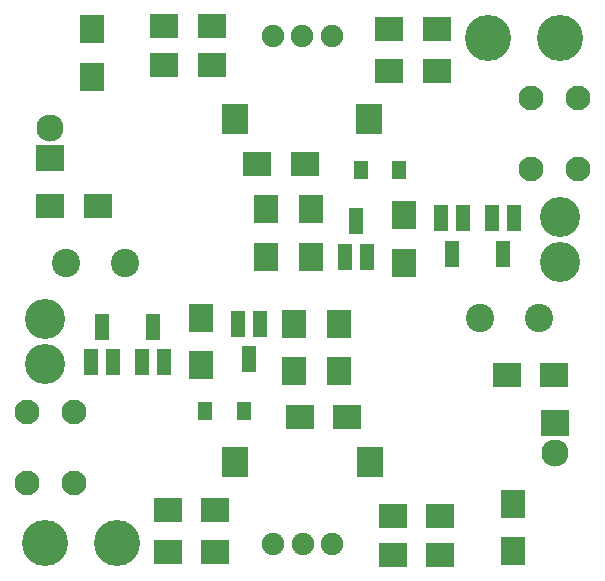
<source format=gbs>
G04 #@! TF.FileFunction,Soldermask,Bot*
%FSLAX46Y46*%
G04 Gerber Fmt 4.6, Leading zero omitted, Abs format (unit mm)*
G04 Created by KiCad (PCBNEW 0.201603210401+6634~43~ubuntu14.04.1-product) date mån 28 mar 2016 17:16:37*
%MOMM*%
G01*
G04 APERTURE LIST*
%ADD10C,0.050000*%
%ADD11R,2.400000X2.100000*%
%ADD12R,1.310000X1.620000*%
%ADD13R,1.200100X2.200860*%
%ADD14R,2.100000X2.400000*%
%ADD15C,3.900120*%
%ADD16C,2.100000*%
%ADD17C,2.398980*%
%ADD18R,2.400000X2.300000*%
%ADD19C,2.300000*%
%ADD20C,1.900000*%
%ADD21R,2.200000X2.600000*%
%ADD22C,3.399740*%
G04 APERTURE END LIST*
D10*
D11*
X128809500Y-135699500D03*
X124809500Y-135699500D03*
X117633500Y-143573500D03*
X113633500Y-143573500D03*
X117633500Y-147129500D03*
X113633500Y-147129500D03*
D12*
X116792500Y-135191500D03*
X120062500Y-135191500D03*
D13*
X113281500Y-131104640D03*
X111381500Y-131104640D03*
X112331500Y-128102360D03*
D14*
X116395500Y-127349500D03*
X116395500Y-131349500D03*
X128079500Y-127857500D03*
X128079500Y-131857500D03*
X124269500Y-131857500D03*
X124269500Y-127857500D03*
D13*
X108963500Y-131104640D03*
X107063500Y-131104640D03*
X108013500Y-128102360D03*
X119509500Y-127848360D03*
X121409500Y-127848360D03*
X120459500Y-130850640D03*
D14*
X142811500Y-143097500D03*
X142811500Y-147097500D03*
D11*
X136683500Y-147383500D03*
X132683500Y-147383500D03*
X146335500Y-132143500D03*
X142335500Y-132143500D03*
X136683500Y-144081500D03*
X132683500Y-144081500D03*
D15*
X103187500Y-146367500D03*
D16*
X105663500Y-135287500D03*
X105663500Y-141287500D03*
X101663500Y-135287500D03*
X101663500Y-141287500D03*
D15*
X109283500Y-146367500D03*
D17*
X145056860Y-127317500D03*
X140058140Y-127317500D03*
D18*
X146367500Y-136207500D03*
D19*
X146367500Y-138747500D03*
D20*
X122531500Y-146509500D03*
X125031500Y-146509500D03*
X127531500Y-146509500D03*
D21*
X130731500Y-139509500D03*
X119331500Y-139509500D03*
D22*
X103187500Y-131254500D03*
X103187500Y-127444500D03*
X146812000Y-118745000D03*
X146812000Y-122555000D03*
D11*
X132366000Y-106426000D03*
X136366000Y-106426000D03*
D14*
X133604000Y-122650000D03*
X133604000Y-118650000D03*
X107188000Y-106902000D03*
X107188000Y-102902000D03*
D11*
X113316000Y-105918000D03*
X117316000Y-105918000D03*
D12*
X133207000Y-114808000D03*
X129937000Y-114808000D03*
D18*
X103632000Y-113792000D03*
D19*
X103632000Y-111252000D03*
D13*
X141036000Y-118894860D03*
X142936000Y-118894860D03*
X141986000Y-121897140D03*
X136718000Y-118894860D03*
X138618000Y-118894860D03*
X137668000Y-121897140D03*
X130490000Y-122151140D03*
X128590000Y-122151140D03*
X129540000Y-119148860D03*
D11*
X132366000Y-102870000D03*
X136366000Y-102870000D03*
D14*
X125730000Y-118142000D03*
X125730000Y-122142000D03*
X121920000Y-122142000D03*
X121920000Y-118142000D03*
D11*
X103664000Y-117856000D03*
X107664000Y-117856000D03*
X121190000Y-114300000D03*
X125190000Y-114300000D03*
X113316000Y-102616000D03*
X117316000Y-102616000D03*
D16*
X144336000Y-114712000D03*
X144336000Y-108712000D03*
X148336000Y-114712000D03*
X148336000Y-108712000D03*
D15*
X140716000Y-103632000D03*
X146812000Y-103632000D03*
D20*
X127468000Y-103490000D03*
X124968000Y-103490000D03*
X122468000Y-103490000D03*
D21*
X119268000Y-110490000D03*
X130668000Y-110490000D03*
D17*
X104942640Y-122682000D03*
X109941360Y-122682000D03*
M02*

</source>
